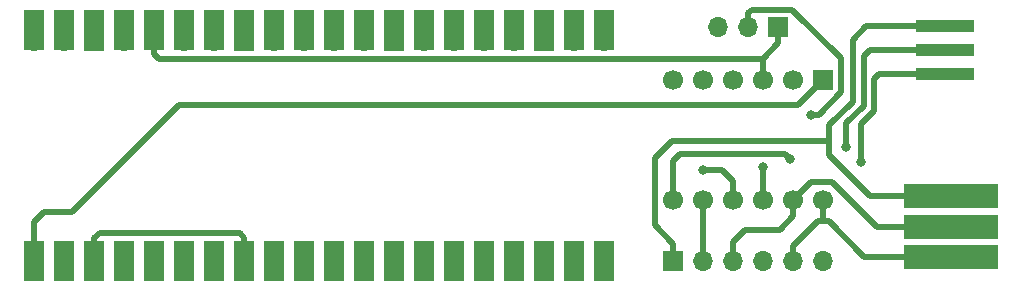
<source format=gtl>
G04 #@! TF.GenerationSoftware,KiCad,Pcbnew,7.0.5*
G04 #@! TF.CreationDate,2023-06-08T07:07:18+09:00*
G04 #@! TF.ProjectId,game-boy-pico-link-board,67616d65-2d62-46f7-992d-7069636f2d6c,rev?*
G04 #@! TF.SameCoordinates,Original*
G04 #@! TF.FileFunction,Copper,L1,Top*
G04 #@! TF.FilePolarity,Positive*
%FSLAX46Y46*%
G04 Gerber Fmt 4.6, Leading zero omitted, Abs format (unit mm)*
G04 Created by KiCad (PCBNEW 7.0.5) date 2023-06-08 07:07:18*
%MOMM*%
%LPD*%
G01*
G04 APERTURE LIST*
G04 #@! TA.AperFunction,ComponentPad*
%ADD10R,1.700000X1.700000*%
G04 #@! TD*
G04 #@! TA.AperFunction,ComponentPad*
%ADD11C,1.700000*%
G04 #@! TD*
G04 #@! TA.AperFunction,ComponentPad*
%ADD12O,1.700000X1.700000*%
G04 #@! TD*
G04 #@! TA.AperFunction,SMDPad,CuDef*
%ADD13R,1.700000X3.500000*%
G04 #@! TD*
G04 #@! TA.AperFunction,ConnectorPad*
%ADD14R,8.000000X2.000000*%
G04 #@! TD*
G04 #@! TA.AperFunction,ConnectorPad*
%ADD15R,5.000000X1.000000*%
G04 #@! TD*
G04 #@! TA.AperFunction,ViaPad*
%ADD16C,0.800000*%
G04 #@! TD*
G04 #@! TA.AperFunction,Conductor*
%ADD17C,0.500000*%
G04 #@! TD*
G04 APERTURE END LIST*
D10*
X139670000Y-90298000D03*
D11*
X137130000Y-90298000D03*
X134590000Y-90298000D03*
X132050000Y-90298000D03*
X129510000Y-90298000D03*
X126970000Y-90298000D03*
X139670000Y-100458000D03*
X137130000Y-100458000D03*
X134590000Y-100458000D03*
X132050000Y-100458000D03*
X129510000Y-100458000D03*
X126970000Y-100458000D03*
D10*
X135890000Y-85852000D03*
D12*
X133350000Y-85852000D03*
X130810000Y-85852000D03*
D10*
X127000000Y-105664000D03*
D12*
X129540000Y-105664000D03*
X132080000Y-105664000D03*
X134620000Y-105664000D03*
X137160000Y-105664000D03*
X139700000Y-105664000D03*
D13*
X72900000Y-86095000D03*
D12*
X72900000Y-86995000D03*
D13*
X75440000Y-86095000D03*
D12*
X75440000Y-86995000D03*
D13*
X77980000Y-86095000D03*
D10*
X77980000Y-86995000D03*
D13*
X80520000Y-86095000D03*
D12*
X80520000Y-86995000D03*
D13*
X83060000Y-86095000D03*
D12*
X83060000Y-86995000D03*
D13*
X85600000Y-86095000D03*
D12*
X85600000Y-86995000D03*
D13*
X88140000Y-86095000D03*
D12*
X88140000Y-86995000D03*
D13*
X90680000Y-86095000D03*
D10*
X90680000Y-86995000D03*
D13*
X93220000Y-86095000D03*
D12*
X93220000Y-86995000D03*
D13*
X95760000Y-86095000D03*
D12*
X95760000Y-86995000D03*
D13*
X98300000Y-86095000D03*
D12*
X98300000Y-86995000D03*
D13*
X100840000Y-86095000D03*
D12*
X100840000Y-86995000D03*
D13*
X103380000Y-86095000D03*
D10*
X103380000Y-86995000D03*
D13*
X105920000Y-86095000D03*
D12*
X105920000Y-86995000D03*
D13*
X108460000Y-86095000D03*
D12*
X108460000Y-86995000D03*
D13*
X111000000Y-86095000D03*
D12*
X111000000Y-86995000D03*
D13*
X113540000Y-86095000D03*
D12*
X113540000Y-86995000D03*
D13*
X116080000Y-86095000D03*
D10*
X116080000Y-86995000D03*
D13*
X118620000Y-86095000D03*
D12*
X118620000Y-86995000D03*
D13*
X121160000Y-86095000D03*
D12*
X121160000Y-86995000D03*
D13*
X121160000Y-105675000D03*
D12*
X121160000Y-104775000D03*
D13*
X118620000Y-105675000D03*
D12*
X118620000Y-104775000D03*
D13*
X116080000Y-105675000D03*
D10*
X116080000Y-104775000D03*
D13*
X113540000Y-105675000D03*
D12*
X113540000Y-104775000D03*
D13*
X111000000Y-105675000D03*
D12*
X111000000Y-104775000D03*
D13*
X108460000Y-105675000D03*
D12*
X108460000Y-104775000D03*
D13*
X105920000Y-105675000D03*
D12*
X105920000Y-104775000D03*
D13*
X103380000Y-105675000D03*
D10*
X103380000Y-104775000D03*
D13*
X100840000Y-105675000D03*
D12*
X100840000Y-104775000D03*
D13*
X98300000Y-105675000D03*
D12*
X98300000Y-104775000D03*
D13*
X95760000Y-105675000D03*
D12*
X95760000Y-104775000D03*
D13*
X93220000Y-105675000D03*
D12*
X93220000Y-104775000D03*
D13*
X90680000Y-105675000D03*
D10*
X90680000Y-104775000D03*
D13*
X88140000Y-105675000D03*
D12*
X88140000Y-104775000D03*
D13*
X85600000Y-105675000D03*
D12*
X85600000Y-104775000D03*
D13*
X83060000Y-105675000D03*
D12*
X83060000Y-104775000D03*
D13*
X80520000Y-105675000D03*
D12*
X80520000Y-104775000D03*
D13*
X77980000Y-105675000D03*
D10*
X77980000Y-104775000D03*
D13*
X75440000Y-105675000D03*
D12*
X75440000Y-104775000D03*
D13*
X72900000Y-105675000D03*
D12*
X72900000Y-104775000D03*
D14*
X150510000Y-100175000D03*
X150510000Y-102775000D03*
X150510000Y-105275000D03*
D15*
X149960000Y-85775000D03*
X149960000Y-87775000D03*
X149960000Y-89775000D03*
D16*
X134590000Y-97681300D03*
X138669400Y-93291500D03*
X129500000Y-97900000D03*
X142864000Y-97264000D03*
X136900000Y-97000000D03*
X141644000Y-95944000D03*
D17*
X85161100Y-92431100D02*
X137536900Y-92431100D01*
X137536900Y-92431100D02*
X139670000Y-90298000D01*
X76072200Y-101520000D02*
X85161100Y-92431100D01*
X73740000Y-101520000D02*
X76072200Y-101520000D01*
X72900000Y-102360000D02*
X73740000Y-101520000D01*
X72900000Y-104775000D02*
X72900000Y-102360000D01*
X77980000Y-103720000D02*
X77980000Y-104775000D01*
X90283100Y-103273100D02*
X78426900Y-103273100D01*
X90680000Y-103670000D02*
X90283100Y-103273100D01*
X90680000Y-104775000D02*
X90680000Y-103670000D01*
X78426900Y-103273100D02*
X77980000Y-103720000D01*
X134586900Y-88496900D02*
X134590000Y-88500000D01*
X83416900Y-88496900D02*
X134586900Y-88496900D01*
X83060000Y-88140000D02*
X83416900Y-88496900D01*
X83060000Y-86995000D02*
X83060000Y-88140000D01*
X126970000Y-97130000D02*
X126970000Y-100458000D01*
X127532500Y-96567500D02*
X126970000Y-97130000D01*
X136467500Y-96567500D02*
X127532500Y-96567500D01*
X136900000Y-97000000D02*
X136467500Y-96567500D01*
X140170000Y-102270000D02*
X139670000Y-102270000D01*
X150510000Y-105275000D02*
X143175000Y-105275000D01*
X143175000Y-105275000D02*
X140170000Y-102270000D01*
X137160000Y-104340000D02*
X137160000Y-105664000D01*
X139230000Y-102270000D02*
X137160000Y-104340000D01*
X139670000Y-102270000D02*
X139230000Y-102270000D01*
X137130000Y-101870000D02*
X137130000Y-100458000D01*
X136000000Y-103000000D02*
X137130000Y-101870000D01*
X133100000Y-103000000D02*
X136000000Y-103000000D01*
X132080000Y-104020000D02*
X133100000Y-103000000D01*
X132080000Y-105664000D02*
X132080000Y-104020000D01*
X135890000Y-85852000D02*
X135890000Y-87200000D01*
X135890000Y-87200000D02*
X134590000Y-88500000D01*
X134590000Y-88500000D02*
X134590000Y-90298000D01*
X139300600Y-93291500D02*
X138669400Y-93291500D01*
X141222100Y-91370000D02*
X139300600Y-93291500D01*
X141222100Y-88491200D02*
X141222100Y-91370000D01*
X133649900Y-84350100D02*
X137081000Y-84350100D01*
X133350000Y-84650000D02*
X133649900Y-84350100D01*
X133350000Y-85852000D02*
X133350000Y-84650000D01*
X137081000Y-84350100D02*
X141222100Y-88491200D01*
X140200000Y-96700000D02*
X140200000Y-95515600D01*
X143675000Y-100175000D02*
X140200000Y-96700000D01*
X150510000Y-100175000D02*
X143675000Y-100175000D01*
X125457600Y-102619700D02*
X127000000Y-104162100D01*
X125457600Y-96942400D02*
X125457600Y-102619700D01*
X127000000Y-104162100D02*
X127000000Y-105664000D01*
X140200000Y-95515600D02*
X126884400Y-95515600D01*
X126884400Y-95515600D02*
X125457600Y-96942400D01*
X142200000Y-92155700D02*
X140200000Y-94155700D01*
X142200000Y-86900000D02*
X142200000Y-92155700D01*
X143325000Y-85775000D02*
X142200000Y-86900000D01*
X140200000Y-94155700D02*
X140200000Y-95515600D01*
X149960000Y-85775000D02*
X143325000Y-85775000D01*
X132050000Y-98850000D02*
X132050000Y-100458000D01*
X131100000Y-97900000D02*
X132050000Y-98850000D01*
X129500000Y-97900000D02*
X131100000Y-97900000D01*
X139670000Y-102270000D02*
X139670000Y-101652100D01*
X144425000Y-89775000D02*
X149960000Y-89775000D01*
X144000000Y-90200000D02*
X144425000Y-89775000D01*
X144000000Y-92901284D02*
X144000000Y-90200000D01*
X142864000Y-97264000D02*
X142900000Y-97228000D01*
X142900000Y-97228000D02*
X142900000Y-94001284D01*
X142900000Y-94001284D02*
X144000000Y-92901284D01*
X143100000Y-88300000D02*
X143625000Y-87775000D01*
X143100000Y-92528492D02*
X143100000Y-88300000D01*
X141644000Y-93984492D02*
X143100000Y-92528492D01*
X141644000Y-95944000D02*
X141644000Y-93984492D01*
X143625000Y-87775000D02*
X149960000Y-87775000D01*
X134590000Y-100458000D02*
X134590000Y-97681300D01*
X139670000Y-100458000D02*
X139670000Y-101652100D01*
X144223600Y-102775000D02*
X150510000Y-102775000D01*
X140395200Y-98946600D02*
X144223600Y-102775000D01*
X138641400Y-98946600D02*
X140395200Y-98946600D01*
X137130000Y-100458000D02*
X138641400Y-98946600D01*
X129540000Y-100488000D02*
X129540000Y-105664000D01*
X129510000Y-100458000D02*
X129540000Y-100488000D01*
M02*

</source>
